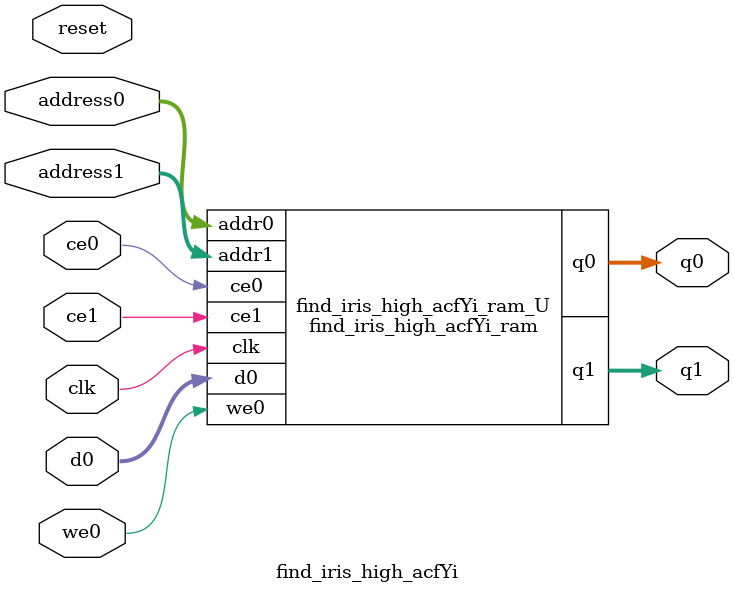
<source format=v>
`timescale 1 ns / 1 ps
module find_iris_high_acfYi_ram (addr0, ce0, d0, we0, q0, addr1, ce1, q1,  clk);

parameter DWIDTH = 32;
parameter AWIDTH = 6;
parameter MEM_SIZE = 37;

input[AWIDTH-1:0] addr0;
input ce0;
input[DWIDTH-1:0] d0;
input we0;
output reg[DWIDTH-1:0] q0;
input[AWIDTH-1:0] addr1;
input ce1;
output reg[DWIDTH-1:0] q1;
input clk;

(* ram_style = "block" *)reg [DWIDTH-1:0] ram[0:MEM_SIZE-1];




always @(posedge clk)  
begin 
    if (ce0) begin
        if (we0) 
            ram[addr0] <= d0; 
        q0 <= ram[addr0];
    end
end


always @(posedge clk)  
begin 
    if (ce1) begin
        q1 <= ram[addr1];
    end
end


endmodule

`timescale 1 ns / 1 ps
module find_iris_high_acfYi(
    reset,
    clk,
    address0,
    ce0,
    we0,
    d0,
    q0,
    address1,
    ce1,
    q1);

parameter DataWidth = 32'd32;
parameter AddressRange = 32'd37;
parameter AddressWidth = 32'd6;
input reset;
input clk;
input[AddressWidth - 1:0] address0;
input ce0;
input we0;
input[DataWidth - 1:0] d0;
output[DataWidth - 1:0] q0;
input[AddressWidth - 1:0] address1;
input ce1;
output[DataWidth - 1:0] q1;



find_iris_high_acfYi_ram find_iris_high_acfYi_ram_U(
    .clk( clk ),
    .addr0( address0 ),
    .ce0( ce0 ),
    .we0( we0 ),
    .d0( d0 ),
    .q0( q0 ),
    .addr1( address1 ),
    .ce1( ce1 ),
    .q1( q1 ));

endmodule


</source>
